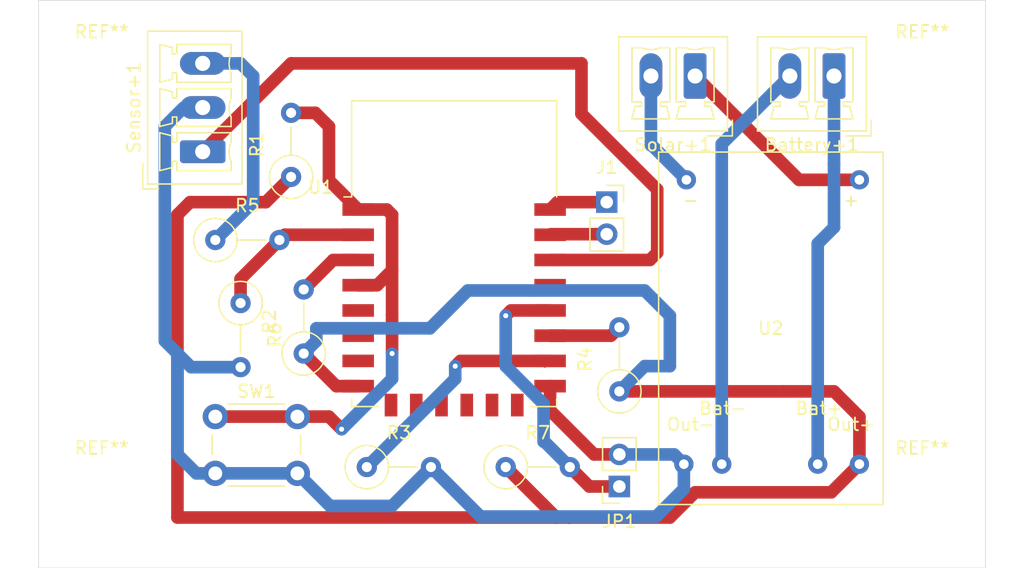
<source format=kicad_pcb>
(kicad_pcb (version 20171130) (host pcbnew 5.1.6+dfsg1-1)

  (general
    (thickness 1.6)
    (drawings 4)
    (tracks 121)
    (zones 0)
    (modules 19)
    (nets 27)
  )

  (page A4)
  (layers
    (0 F.Cu signal)
    (31 B.Cu signal)
    (36 B.SilkS user)
    (37 F.SilkS user)
    (38 B.Mask user)
    (39 F.Mask user)
    (44 Edge.Cuts user)
    (45 Margin user)
    (46 B.CrtYd user)
    (47 F.CrtYd user)
    (49 F.Fab user)
  )

  (setup
    (last_trace_width 0.25)
    (trace_clearance 0.2)
    (zone_clearance 0.508)
    (zone_45_only no)
    (trace_min 0.2)
    (via_size 0.8)
    (via_drill 0.4)
    (via_min_size 0.4)
    (via_min_drill 0.3)
    (uvia_size 0.3)
    (uvia_drill 0.1)
    (uvias_allowed no)
    (uvia_min_size 0.2)
    (uvia_min_drill 0.1)
    (edge_width 0.05)
    (segment_width 0.2)
    (pcb_text_width 0.3)
    (pcb_text_size 1.5 1.5)
    (mod_edge_width 0.12)
    (mod_text_size 1 1)
    (mod_text_width 0.15)
    (pad_size 1.524 1.524)
    (pad_drill 0.762)
    (pad_to_mask_clearance 0.051)
    (solder_mask_min_width 0.25)
    (aux_axis_origin 0 0)
    (visible_elements FFFFFF7F)
    (pcbplotparams
      (layerselection 0x2f0f0_ffffffff)
      (usegerberextensions false)
      (usegerberattributes false)
      (usegerberadvancedattributes false)
      (creategerberjobfile false)
      (excludeedgelayer false)
      (linewidth 0.100000)
      (plotframeref false)
      (viasonmask false)
      (mode 1)
      (useauxorigin false)
      (hpglpennumber 1)
      (hpglpenspeed 20)
      (hpglpendiameter 15.000000)
      (psnegative false)
      (psa4output false)
      (plotreference true)
      (plotvalue true)
      (plotinvisibletext false)
      (padsonsilk false)
      (subtractmaskfromsilk false)
      (outputformat 1)
      (mirror false)
      (drillshape 0)
      (scaleselection 1)
      (outputdirectory "gerber/"))
  )

  (net 0 "")
  (net 1 "Net-(Battery+1-Pad2)")
  (net 2 "Net-(Battery+1-Pad1)")
  (net 3 "Net-(J1-Pad2)")
  (net 4 "Net-(J1-Pad1)")
  (net 5 "Net-(JP1-Pad2)")
  (net 6 "Net-(JP1-Pad1)")
  (net 7 "Net-(R1-Pad2)")
  (net 8 "Net-(R1-Pad1)")
  (net 9 "Net-(R2-Pad2)")
  (net 10 "Net-(R3-Pad1)")
  (net 11 "Net-(R4-Pad2)")
  (net 12 "Net-(R5-Pad2)")
  (net 13 "Net-(R5-Pad1)")
  (net 14 "Net-(Sensor+1-Pad1)")
  (net 15 "Net-(Solar+1-Pad2)")
  (net 16 "Net-(Solar+1-Pad1)")
  (net 17 "Net-(U1-Pad19)")
  (net 18 "Net-(U1-Pad14)")
  (net 19 "Net-(U1-Pad13)")
  (net 20 "Net-(U1-Pad12)")
  (net 21 "Net-(U1-Pad11)")
  (net 22 "Net-(U1-Pad10)")
  (net 23 "Net-(U1-Pad9)")
  (net 24 "Net-(U1-Pad7)")
  (net 25 "Net-(U1-Pad6)")
  (net 26 "Net-(U1-Pad5)")

  (net_class Default "This is the default net class."
    (clearance 0.2)
    (trace_width 0.25)
    (via_dia 0.8)
    (via_drill 0.4)
    (uvia_dia 0.3)
    (uvia_drill 0.1)
    (add_net "Net-(Battery+1-Pad1)")
    (add_net "Net-(Battery+1-Pad2)")
    (add_net "Net-(J1-Pad1)")
    (add_net "Net-(J1-Pad2)")
    (add_net "Net-(JP1-Pad1)")
    (add_net "Net-(JP1-Pad2)")
    (add_net "Net-(R1-Pad1)")
    (add_net "Net-(R1-Pad2)")
    (add_net "Net-(R2-Pad2)")
    (add_net "Net-(R3-Pad1)")
    (add_net "Net-(R4-Pad2)")
    (add_net "Net-(R5-Pad1)")
    (add_net "Net-(R5-Pad2)")
    (add_net "Net-(Sensor+1-Pad1)")
    (add_net "Net-(Solar+1-Pad1)")
    (add_net "Net-(Solar+1-Pad2)")
    (add_net "Net-(U1-Pad10)")
    (add_net "Net-(U1-Pad11)")
    (add_net "Net-(U1-Pad12)")
    (add_net "Net-(U1-Pad13)")
    (add_net "Net-(U1-Pad14)")
    (add_net "Net-(U1-Pad19)")
    (add_net "Net-(U1-Pad5)")
    (add_net "Net-(U1-Pad6)")
    (add_net "Net-(U1-Pad7)")
    (add_net "Net-(U1-Pad9)")
  )

  (module MountingHole:MountingHole_2.5mm (layer F.Cu) (tedit 56D1B4CB) (tstamp 5FA1F850)
    (at 133 63)
    (descr "Mounting Hole 2.5mm, no annular")
    (tags "mounting hole 2.5mm no annular")
    (attr virtual)
    (fp_text reference REF** (at 0 -3.5) (layer F.SilkS)
      (effects (font (size 1 1) (thickness 0.15)))
    )
    (fp_text value MountingHole_2.5mm (at 0 3.5) (layer F.Fab)
      (effects (font (size 1 1) (thickness 0.15)))
    )
    (fp_circle (center 0 0) (end 2.5 0) (layer Cmts.User) (width 0.15))
    (fp_circle (center 0 0) (end 2.75 0) (layer F.CrtYd) (width 0.05))
    (fp_text user %R (at 0.3 0) (layer F.Fab)
      (effects (font (size 1 1) (thickness 0.15)))
    )
    (pad 1 np_thru_hole circle (at 0 0) (size 2.5 2.5) (drill 2.5) (layers *.Cu *.Mask))
  )

  (module MountingHole:MountingHole_2.5mm (layer F.Cu) (tedit 56D1B4CB) (tstamp 5FA1F842)
    (at 133 96)
    (descr "Mounting Hole 2.5mm, no annular")
    (tags "mounting hole 2.5mm no annular")
    (attr virtual)
    (fp_text reference REF** (at 0 -3.5) (layer F.SilkS)
      (effects (font (size 1 1) (thickness 0.15)))
    )
    (fp_text value MountingHole_2.5mm (at 0 3.5) (layer F.Fab)
      (effects (font (size 1 1) (thickness 0.15)))
    )
    (fp_circle (center 0 0) (end 2.75 0) (layer F.CrtYd) (width 0.05))
    (fp_circle (center 0 0) (end 2.5 0) (layer Cmts.User) (width 0.15))
    (fp_text user %R (at 0.3 0) (layer F.Fab)
      (effects (font (size 1 1) (thickness 0.15)))
    )
    (pad 1 np_thru_hole circle (at 0 0) (size 2.5 2.5) (drill 2.5) (layers *.Cu *.Mask))
  )

  (module MountingHole:MountingHole_2.5mm (layer F.Cu) (tedit 56D1B4CB) (tstamp 5FA1F834)
    (at 198 96)
    (descr "Mounting Hole 2.5mm, no annular")
    (tags "mounting hole 2.5mm no annular")
    (attr virtual)
    (fp_text reference REF** (at 0 -3.5) (layer F.SilkS)
      (effects (font (size 1 1) (thickness 0.15)))
    )
    (fp_text value MountingHole_2.5mm (at 0 3.5) (layer F.Fab)
      (effects (font (size 1 1) (thickness 0.15)))
    )
    (fp_circle (center 0 0) (end 2.5 0) (layer Cmts.User) (width 0.15))
    (fp_circle (center 0 0) (end 2.75 0) (layer F.CrtYd) (width 0.05))
    (fp_text user %R (at 0.3 0) (layer F.Fab)
      (effects (font (size 1 1) (thickness 0.15)))
    )
    (pad 1 np_thru_hole circle (at 0 0) (size 2.5 2.5) (drill 2.5) (layers *.Cu *.Mask))
  )

  (module MountingHole:MountingHole_2.5mm (layer F.Cu) (tedit 56D1B4CB) (tstamp 5FA1F82A)
    (at 198 63)
    (descr "Mounting Hole 2.5mm, no annular")
    (tags "mounting hole 2.5mm no annular")
    (attr virtual)
    (fp_text reference REF** (at 0 -3.5) (layer F.SilkS)
      (effects (font (size 1 1) (thickness 0.15)))
    )
    (fp_text value MountingHole_2.5mm (at 0 3.5) (layer F.Fab)
      (effects (font (size 1 1) (thickness 0.15)))
    )
    (fp_circle (center 0 0) (end 2.75 0) (layer F.CrtYd) (width 0.05))
    (fp_circle (center 0 0) (end 2.5 0) (layer Cmts.User) (width 0.15))
    (fp_text user %R (at 0.3 0) (layer F.Fab)
      (effects (font (size 1 1) (thickness 0.15)))
    )
    (pad 1 np_thru_hole circle (at 0 0) (size 2.5 2.5) (drill 2.5) (layers *.Cu *.Mask))
  )

  (module mylib:SolarRegulator (layer F.Cu) (tedit 5FA055FA) (tstamp 5FA110D6)
    (at 186 83)
    (path /5FA097B6)
    (fp_text reference U2 (at 0 0) (layer F.SilkS)
      (effects (font (size 1 1) (thickness 0.15)))
    )
    (fp_text value SolarRegulator (at -1.27 -6.85) (layer F.Fab)
      (effects (font (size 1 1) (thickness 0.15)))
    )
    (fp_line (start 8.89 -13.97) (end -8.89 -13.97) (layer F.SilkS) (width 0.12))
    (fp_line (start 8.89 13.97) (end 8.89 -13.97) (layer F.SilkS) (width 0.12))
    (fp_line (start -8.89 13.97) (end 8.89 13.97) (layer F.SilkS) (width 0.12))
    (fp_line (start -8.89 -13.97) (end -8.89 13.97) (layer F.SilkS) (width 0.12))
    (fp_text user Out+ (at 6.35 7.62) (layer F.SilkS)
      (effects (font (size 1 1) (thickness 0.15)))
    )
    (fp_text user Bat+ (at 3.81 6.35) (layer F.SilkS)
      (effects (font (size 1 1) (thickness 0.15)))
    )
    (fp_text user Bat- (at -3.81 6.35) (layer F.SilkS)
      (effects (font (size 1 1) (thickness 0.15)))
    )
    (fp_text user Out- (at -6.35 7.62) (layer F.SilkS)
      (effects (font (size 1 1) (thickness 0.15)))
    )
    (fp_text user + (at 6.35 -10.16) (layer F.SilkS)
      (effects (font (size 1 1) (thickness 0.15)))
    )
    (fp_text user - (at -6.35 -10.16) (layer F.SilkS)
      (effects (font (size 1 1) (thickness 0.15)))
    )
    (pad 6 thru_hole circle (at 7.01297 10.77) (size 1.524 1.524) (drill 0.762) (layers *.Cu *.Mask)
      (net 8 "Net-(R1-Pad1)"))
    (pad 5 thru_hole circle (at 3.71 10.77) (size 1.524 1.524) (drill 0.762) (layers *.Cu *.Mask)
      (net 2 "Net-(Battery+1-Pad1)"))
    (pad 4 thru_hole circle (at -3.89 10.77) (size 1.524 1.524) (drill 0.762) (layers *.Cu *.Mask)
      (net 1 "Net-(Battery+1-Pad2)"))
    (pad 3 thru_hole circle (at -6.89 10.77) (size 1.524 1.524) (drill 0.762) (layers *.Cu *.Mask)
      (net 5 "Net-(JP1-Pad2)"))
    (pad 2 thru_hole circle (at 7.01 -11.77) (size 1.524 1.524) (drill 0.762) (layers *.Cu *.Mask)
      (net 16 "Net-(Solar+1-Pad1)"))
    (pad 1 thru_hole circle (at -6.69 -11.77) (size 1.524 1.524) (drill 0.762) (layers *.Cu *.Mask)
      (net 15 "Net-(Solar+1-Pad2)"))
  )

  (module RF_Module:ESP-12E (layer F.Cu) (tedit 5A030172) (tstamp 5FA110C2)
    (at 160.915 77.085)
    (descr "Wi-Fi Module, http://wiki.ai-thinker.com/_media/esp8266/docs/aithinker_esp_12f_datasheet_en.pdf")
    (tags "Wi-Fi Module")
    (path /5FA07853)
    (attr smd)
    (fp_text reference U1 (at -10.56 -5.26) (layer F.SilkS)
      (effects (font (size 1 1) (thickness 0.15)))
    )
    (fp_text value ESP-12F (at -0.06 -12.78) (layer F.Fab)
      (effects (font (size 1 1) (thickness 0.15)))
    )
    (fp_line (start 5.56 -4.8) (end 8.12 -7.36) (layer Dwgs.User) (width 0.12))
    (fp_line (start 2.56 -4.8) (end 8.12 -10.36) (layer Dwgs.User) (width 0.12))
    (fp_line (start -0.44 -4.8) (end 6.88 -12.12) (layer Dwgs.User) (width 0.12))
    (fp_line (start -3.44 -4.8) (end 3.88 -12.12) (layer Dwgs.User) (width 0.12))
    (fp_line (start -6.44 -4.8) (end 0.88 -12.12) (layer Dwgs.User) (width 0.12))
    (fp_line (start -8.12 -6.12) (end -2.12 -12.12) (layer Dwgs.User) (width 0.12))
    (fp_line (start -8.12 -9.12) (end -5.12 -12.12) (layer Dwgs.User) (width 0.12))
    (fp_line (start -8.12 -4.8) (end -8.12 -12.12) (layer Dwgs.User) (width 0.12))
    (fp_line (start 8.12 -4.8) (end -8.12 -4.8) (layer Dwgs.User) (width 0.12))
    (fp_line (start 8.12 -12.12) (end 8.12 -4.8) (layer Dwgs.User) (width 0.12))
    (fp_line (start -8.12 -12.12) (end 8.12 -12.12) (layer Dwgs.User) (width 0.12))
    (fp_line (start -8.12 -4.5) (end -8.73 -4.5) (layer F.SilkS) (width 0.12))
    (fp_line (start -8.12 -4.5) (end -8.12 -12.12) (layer F.SilkS) (width 0.12))
    (fp_line (start -8.12 12.12) (end -8.12 11.5) (layer F.SilkS) (width 0.12))
    (fp_line (start -6 12.12) (end -8.12 12.12) (layer F.SilkS) (width 0.12))
    (fp_line (start 8.12 12.12) (end 6 12.12) (layer F.SilkS) (width 0.12))
    (fp_line (start 8.12 11.5) (end 8.12 12.12) (layer F.SilkS) (width 0.12))
    (fp_line (start 8.12 -12.12) (end 8.12 -4.5) (layer F.SilkS) (width 0.12))
    (fp_line (start -8.12 -12.12) (end 8.12 -12.12) (layer F.SilkS) (width 0.12))
    (fp_line (start -9.05 13.1) (end -9.05 -12.2) (layer F.CrtYd) (width 0.05))
    (fp_line (start 9.05 13.1) (end -9.05 13.1) (layer F.CrtYd) (width 0.05))
    (fp_line (start 9.05 -12.2) (end 9.05 13.1) (layer F.CrtYd) (width 0.05))
    (fp_line (start -9.05 -12.2) (end 9.05 -12.2) (layer F.CrtYd) (width 0.05))
    (fp_line (start -8 -4) (end -8 -12) (layer F.Fab) (width 0.12))
    (fp_line (start -7.5 -3.5) (end -8 -4) (layer F.Fab) (width 0.12))
    (fp_line (start -8 -3) (end -7.5 -3.5) (layer F.Fab) (width 0.12))
    (fp_line (start -8 12) (end -8 -3) (layer F.Fab) (width 0.12))
    (fp_line (start 8 12) (end -8 12) (layer F.Fab) (width 0.12))
    (fp_line (start 8 -12) (end 8 12) (layer F.Fab) (width 0.12))
    (fp_line (start -8 -12) (end 8 -12) (layer F.Fab) (width 0.12))
    (fp_text user %R (at 0.49 -0.8) (layer F.Fab)
      (effects (font (size 1 1) (thickness 0.15)))
    )
    (fp_text user "KEEP-OUT ZONE" (at 0.03 -9.55 180) (layer Cmts.User)
      (effects (font (size 1 1) (thickness 0.15)))
    )
    (fp_text user Antenna (at -0.06 -7 180) (layer Cmts.User)
      (effects (font (size 1 1) (thickness 0.15)))
    )
    (pad 22 smd rect (at 7.6 -3.5) (size 2.5 1) (layers F.Cu F.Paste F.Mask)
      (net 4 "Net-(J1-Pad1)"))
    (pad 21 smd rect (at 7.6 -1.5) (size 2.5 1) (layers F.Cu F.Paste F.Mask)
      (net 3 "Net-(J1-Pad2)"))
    (pad 20 smd rect (at 7.6 0.5) (size 2.5 1) (layers F.Cu F.Paste F.Mask)
      (net 14 "Net-(Sensor+1-Pad1)"))
    (pad 19 smd rect (at 7.6 2.5) (size 2.5 1) (layers F.Cu F.Paste F.Mask)
      (net 17 "Net-(U1-Pad19)"))
    (pad 18 smd rect (at 7.6 4.5) (size 2.5 1) (layers F.Cu F.Paste F.Mask)
      (net 6 "Net-(JP1-Pad1)"))
    (pad 17 smd rect (at 7.6 6.5) (size 2.5 1) (layers F.Cu F.Paste F.Mask)
      (net 11 "Net-(R4-Pad2)"))
    (pad 16 smd rect (at 7.6 8.5) (size 2.5 1) (layers F.Cu F.Paste F.Mask)
      (net 10 "Net-(R3-Pad1)"))
    (pad 15 smd rect (at 7.6 10.5) (size 2.5 1) (layers F.Cu F.Paste F.Mask)
      (net 5 "Net-(JP1-Pad2)"))
    (pad 14 smd rect (at 5 12) (size 1 1.8) (layers F.Cu F.Paste F.Mask)
      (net 18 "Net-(U1-Pad14)"))
    (pad 13 smd rect (at 3 12) (size 1 1.8) (layers F.Cu F.Paste F.Mask)
      (net 19 "Net-(U1-Pad13)"))
    (pad 12 smd rect (at 1 12) (size 1 1.8) (layers F.Cu F.Paste F.Mask)
      (net 20 "Net-(U1-Pad12)"))
    (pad 11 smd rect (at -1 12) (size 1 1.8) (layers F.Cu F.Paste F.Mask)
      (net 21 "Net-(U1-Pad11)"))
    (pad 10 smd rect (at -3 12) (size 1 1.8) (layers F.Cu F.Paste F.Mask)
      (net 22 "Net-(U1-Pad10)"))
    (pad 9 smd rect (at -5 12) (size 1 1.8) (layers F.Cu F.Paste F.Mask)
      (net 23 "Net-(U1-Pad9)"))
    (pad 8 smd rect (at -7.6 10.5) (size 2.5 1) (layers F.Cu F.Paste F.Mask)
      (net 8 "Net-(R1-Pad1)"))
    (pad 7 smd rect (at -7.6 8.5) (size 2.5 1) (layers F.Cu F.Paste F.Mask)
      (net 24 "Net-(U1-Pad7)"))
    (pad 6 smd rect (at -7.6 6.5) (size 2.5 1) (layers F.Cu F.Paste F.Mask)
      (net 25 "Net-(U1-Pad6)"))
    (pad 5 smd rect (at -7.6 4.5) (size 2.5 1) (layers F.Cu F.Paste F.Mask)
      (net 26 "Net-(U1-Pad5)"))
    (pad 4 smd rect (at -7.6 2.5) (size 2.5 1) (layers F.Cu F.Paste F.Mask)
      (net 7 "Net-(R1-Pad2)"))
    (pad 3 smd rect (at -7.6 0.5) (size 2.5 1) (layers F.Cu F.Paste F.Mask)
      (net 9 "Net-(R2-Pad2)"))
    (pad 2 smd rect (at -7.6 -1.5) (size 2.5 1) (layers F.Cu F.Paste F.Mask)
      (net 12 "Net-(R5-Pad2)"))
    (pad 1 smd rect (at -7.6 -3.5) (size 2.5 1) (layers F.Cu F.Paste F.Mask)
      (net 7 "Net-(R1-Pad2)"))
    (model ${KISYS3DMOD}/RF_Module.3dshapes/ESP-12E.wrl
      (at (xyz 0 0 0))
      (scale (xyz 1 1 1))
      (rotate (xyz 0 0 0))
    )
  )

  (module Button_Switch_THT:SW_PUSH_6mm_H4.3mm (layer F.Cu) (tedit 5A02FE31) (tstamp 5FA11087)
    (at 142 90)
    (descr "tactile push button, 6x6mm e.g. PHAP33xx series, height=4.3mm")
    (tags "tact sw push 6mm")
    (path /5FA1C9D0)
    (fp_text reference SW1 (at 3.25 -2) (layer F.SilkS)
      (effects (font (size 1 1) (thickness 0.15)))
    )
    (fp_text value Reset (at 3.75 6.7) (layer F.Fab)
      (effects (font (size 1 1) (thickness 0.15)))
    )
    (fp_circle (center 3.25 2.25) (end 1.25 2.5) (layer F.Fab) (width 0.1))
    (fp_line (start 6.75 3) (end 6.75 1.5) (layer F.SilkS) (width 0.12))
    (fp_line (start 5.5 -1) (end 1 -1) (layer F.SilkS) (width 0.12))
    (fp_line (start -0.25 1.5) (end -0.25 3) (layer F.SilkS) (width 0.12))
    (fp_line (start 1 5.5) (end 5.5 5.5) (layer F.SilkS) (width 0.12))
    (fp_line (start 8 -1.25) (end 8 5.75) (layer F.CrtYd) (width 0.05))
    (fp_line (start 7.75 6) (end -1.25 6) (layer F.CrtYd) (width 0.05))
    (fp_line (start -1.5 5.75) (end -1.5 -1.25) (layer F.CrtYd) (width 0.05))
    (fp_line (start -1.25 -1.5) (end 7.75 -1.5) (layer F.CrtYd) (width 0.05))
    (fp_line (start -1.5 6) (end -1.25 6) (layer F.CrtYd) (width 0.05))
    (fp_line (start -1.5 5.75) (end -1.5 6) (layer F.CrtYd) (width 0.05))
    (fp_line (start -1.5 -1.5) (end -1.25 -1.5) (layer F.CrtYd) (width 0.05))
    (fp_line (start -1.5 -1.25) (end -1.5 -1.5) (layer F.CrtYd) (width 0.05))
    (fp_line (start 8 -1.5) (end 8 -1.25) (layer F.CrtYd) (width 0.05))
    (fp_line (start 7.75 -1.5) (end 8 -1.5) (layer F.CrtYd) (width 0.05))
    (fp_line (start 8 6) (end 8 5.75) (layer F.CrtYd) (width 0.05))
    (fp_line (start 7.75 6) (end 8 6) (layer F.CrtYd) (width 0.05))
    (fp_line (start 0.25 -0.75) (end 3.25 -0.75) (layer F.Fab) (width 0.1))
    (fp_line (start 0.25 5.25) (end 0.25 -0.75) (layer F.Fab) (width 0.1))
    (fp_line (start 6.25 5.25) (end 0.25 5.25) (layer F.Fab) (width 0.1))
    (fp_line (start 6.25 -0.75) (end 6.25 5.25) (layer F.Fab) (width 0.1))
    (fp_line (start 3.25 -0.75) (end 6.25 -0.75) (layer F.Fab) (width 0.1))
    (fp_text user %R (at 3.25 2.25) (layer F.Fab)
      (effects (font (size 1 1) (thickness 0.15)))
    )
    (pad 1 thru_hole circle (at 6.5 0 90) (size 2 2) (drill 1.1) (layers *.Cu *.Mask)
      (net 7 "Net-(R1-Pad2)"))
    (pad 2 thru_hole circle (at 6.5 4.5 90) (size 2 2) (drill 1.1) (layers *.Cu *.Mask)
      (net 5 "Net-(JP1-Pad2)"))
    (pad 1 thru_hole circle (at 0 0 90) (size 2 2) (drill 1.1) (layers *.Cu *.Mask)
      (net 7 "Net-(R1-Pad2)"))
    (pad 2 thru_hole circle (at 0 4.5 90) (size 2 2) (drill 1.1) (layers *.Cu *.Mask)
      (net 5 "Net-(JP1-Pad2)"))
    (model ${KISYS3DMOD}/Button_Switch_THT.3dshapes/SW_PUSH_6mm_H4.3mm.wrl
      (at (xyz 0 0 0))
      (scale (xyz 1 1 1))
      (rotate (xyz 0 0 0))
    )
  )

  (module Connector_Phoenix_MC:PhoenixContact_MCV_1,5_2-G-3.5_1x02_P3.50mm_Vertical (layer F.Cu) (tedit 5B784ED0) (tstamp 5FA11068)
    (at 180 63 180)
    (descr "Generic Phoenix Contact connector footprint for: MCV_1,5/2-G-3.5; number of pins: 02; pin pitch: 3.50mm; Vertical || order number: 1843606 8A 160V")
    (tags "phoenix_contact connector MCV_01x02_G_3.5mm")
    (path /5FA05F5E)
    (fp_text reference Solar+1 (at 1.75 -5.45) (layer F.SilkS)
      (effects (font (size 1 1) (thickness 0.15)))
    )
    (fp_text value Solar (at 1.75 4.2) (layer F.Fab)
      (effects (font (size 1 1) (thickness 0.15)))
    )
    (fp_line (start -2.95 -4.75) (end -0.95 -4.75) (layer F.Fab) (width 0.1))
    (fp_line (start -2.95 -3.5) (end -2.95 -4.75) (layer F.Fab) (width 0.1))
    (fp_line (start -2.95 -4.75) (end -0.95 -4.75) (layer F.SilkS) (width 0.12))
    (fp_line (start -2.95 -3.5) (end -2.95 -4.75) (layer F.SilkS) (width 0.12))
    (fp_line (start 6.45 -4.75) (end -2.95 -4.75) (layer F.CrtYd) (width 0.05))
    (fp_line (start 6.45 3.5) (end 6.45 -4.75) (layer F.CrtYd) (width 0.05))
    (fp_line (start -2.95 3.5) (end 6.45 3.5) (layer F.CrtYd) (width 0.05))
    (fp_line (start -2.95 -4.75) (end -2.95 3.5) (layer F.CrtYd) (width 0.05))
    (fp_line (start 5 2.25) (end 4.25 2.25) (layer F.SilkS) (width 0.12))
    (fp_line (start 5 -2.05) (end 5 2.25) (layer F.SilkS) (width 0.12))
    (fp_line (start 4.25 -2.05) (end 5 -2.05) (layer F.SilkS) (width 0.12))
    (fp_line (start 4.25 -2.4) (end 4.25 -2.05) (layer F.SilkS) (width 0.12))
    (fp_line (start 4.75 -2.4) (end 4.25 -2.4) (layer F.SilkS) (width 0.12))
    (fp_line (start 5 -3.4) (end 4.75 -2.4) (layer F.SilkS) (width 0.12))
    (fp_line (start 2 -3.4) (end 5 -3.4) (layer F.SilkS) (width 0.12))
    (fp_line (start 2.25 -2.4) (end 2 -3.4) (layer F.SilkS) (width 0.12))
    (fp_line (start 2.75 -2.4) (end 2.25 -2.4) (layer F.SilkS) (width 0.12))
    (fp_line (start 2.75 -2.05) (end 2.75 -2.4) (layer F.SilkS) (width 0.12))
    (fp_line (start 2 -2.05) (end 2.75 -2.05) (layer F.SilkS) (width 0.12))
    (fp_line (start 2 2.25) (end 2 -2.05) (layer F.SilkS) (width 0.12))
    (fp_line (start 2.75 2.25) (end 2 2.25) (layer F.SilkS) (width 0.12))
    (fp_line (start 1.5 2.25) (end 0.75 2.25) (layer F.SilkS) (width 0.12))
    (fp_line (start 1.5 -2.05) (end 1.5 2.25) (layer F.SilkS) (width 0.12))
    (fp_line (start 0.75 -2.05) (end 1.5 -2.05) (layer F.SilkS) (width 0.12))
    (fp_line (start 0.75 -2.4) (end 0.75 -2.05) (layer F.SilkS) (width 0.12))
    (fp_line (start 1.25 -2.4) (end 0.75 -2.4) (layer F.SilkS) (width 0.12))
    (fp_line (start 1.5 -3.4) (end 1.25 -2.4) (layer F.SilkS) (width 0.12))
    (fp_line (start -1.5 -3.4) (end 1.5 -3.4) (layer F.SilkS) (width 0.12))
    (fp_line (start -1.25 -2.4) (end -1.5 -3.4) (layer F.SilkS) (width 0.12))
    (fp_line (start -0.75 -2.4) (end -1.25 -2.4) (layer F.SilkS) (width 0.12))
    (fp_line (start -0.75 -2.05) (end -0.75 -2.4) (layer F.SilkS) (width 0.12))
    (fp_line (start -1.5 -2.05) (end -0.75 -2.05) (layer F.SilkS) (width 0.12))
    (fp_line (start -1.5 2.25) (end -1.5 -2.05) (layer F.SilkS) (width 0.12))
    (fp_line (start -0.75 2.25) (end -1.5 2.25) (layer F.SilkS) (width 0.12))
    (fp_line (start 5.95 -4.25) (end -2.45 -4.25) (layer F.Fab) (width 0.1))
    (fp_line (start 5.95 3) (end 5.95 -4.25) (layer F.Fab) (width 0.1))
    (fp_line (start -2.45 3) (end 5.95 3) (layer F.Fab) (width 0.1))
    (fp_line (start -2.45 -4.25) (end -2.45 3) (layer F.Fab) (width 0.1))
    (fp_line (start 6.06 -4.36) (end -2.56 -4.36) (layer F.SilkS) (width 0.12))
    (fp_line (start 6.06 3.11) (end 6.06 -4.36) (layer F.SilkS) (width 0.12))
    (fp_line (start -2.56 3.11) (end 6.06 3.11) (layer F.SilkS) (width 0.12))
    (fp_line (start -2.56 -4.36) (end -2.56 3.11) (layer F.SilkS) (width 0.12))
    (fp_text user %R (at 1.75 -3.55) (layer F.Fab)
      (effects (font (size 1 1) (thickness 0.15)))
    )
    (fp_arc (start 3.5 3.95) (end 2.75 2.25) (angle 47.6) (layer F.SilkS) (width 0.12))
    (fp_arc (start 0 3.95) (end -0.75 2.25) (angle 47.6) (layer F.SilkS) (width 0.12))
    (pad 2 thru_hole oval (at 3.5 0 180) (size 1.8 3.6) (drill 1.2) (layers *.Cu *.Mask)
      (net 15 "Net-(Solar+1-Pad2)"))
    (pad 1 thru_hole roundrect (at 0 0 180) (size 1.8 3.6) (drill 1.2) (layers *.Cu *.Mask) (roundrect_rratio 0.138889)
      (net 16 "Net-(Solar+1-Pad1)"))
    (model ${KISYS3DMOD}/Connector_Phoenix_MC.3dshapes/PhoenixContact_MCV_1,5_2-G-3.5_1x02_P3.50mm_Vertical.wrl
      (at (xyz 0 0 0))
      (scale (xyz 1 1 1))
      (rotate (xyz 0 0 0))
    )
  )

  (module Connector_Phoenix_MC:PhoenixContact_MCV_1,5_3-G-3.5_1x03_P3.50mm_Vertical (layer F.Cu) (tedit 5B784ED0) (tstamp 5FA11035)
    (at 141 69 90)
    (descr "Generic Phoenix Contact connector footprint for: MCV_1,5/3-G-3.5; number of pins: 03; pin pitch: 3.50mm; Vertical || order number: 1843619 8A 160V")
    (tags "phoenix_contact connector MCV_01x03_G_3.5mm")
    (path /5FA06DF8)
    (fp_text reference Sensor+1 (at 3.5 -5.45 90) (layer F.SilkS)
      (effects (font (size 1 1) (thickness 0.15)))
    )
    (fp_text value Sensor (at 3.5 4.2 90) (layer F.Fab)
      (effects (font (size 1 1) (thickness 0.15)))
    )
    (fp_line (start -2.95 -4.75) (end -0.95 -4.75) (layer F.Fab) (width 0.1))
    (fp_line (start -2.95 -3.5) (end -2.95 -4.75) (layer F.Fab) (width 0.1))
    (fp_line (start -2.95 -4.75) (end -0.95 -4.75) (layer F.SilkS) (width 0.12))
    (fp_line (start -2.95 -3.5) (end -2.95 -4.75) (layer F.SilkS) (width 0.12))
    (fp_line (start 9.95 -4.75) (end -2.95 -4.75) (layer F.CrtYd) (width 0.05))
    (fp_line (start 9.95 3.5) (end 9.95 -4.75) (layer F.CrtYd) (width 0.05))
    (fp_line (start -2.95 3.5) (end 9.95 3.5) (layer F.CrtYd) (width 0.05))
    (fp_line (start -2.95 -4.75) (end -2.95 3.5) (layer F.CrtYd) (width 0.05))
    (fp_line (start 8.5 2.25) (end 7.75 2.25) (layer F.SilkS) (width 0.12))
    (fp_line (start 8.5 -2.05) (end 8.5 2.25) (layer F.SilkS) (width 0.12))
    (fp_line (start 7.75 -2.05) (end 8.5 -2.05) (layer F.SilkS) (width 0.12))
    (fp_line (start 7.75 -2.4) (end 7.75 -2.05) (layer F.SilkS) (width 0.12))
    (fp_line (start 8.25 -2.4) (end 7.75 -2.4) (layer F.SilkS) (width 0.12))
    (fp_line (start 8.5 -3.4) (end 8.25 -2.4) (layer F.SilkS) (width 0.12))
    (fp_line (start 5.5 -3.4) (end 8.5 -3.4) (layer F.SilkS) (width 0.12))
    (fp_line (start 5.75 -2.4) (end 5.5 -3.4) (layer F.SilkS) (width 0.12))
    (fp_line (start 6.25 -2.4) (end 5.75 -2.4) (layer F.SilkS) (width 0.12))
    (fp_line (start 6.25 -2.05) (end 6.25 -2.4) (layer F.SilkS) (width 0.12))
    (fp_line (start 5.5 -2.05) (end 6.25 -2.05) (layer F.SilkS) (width 0.12))
    (fp_line (start 5.5 2.25) (end 5.5 -2.05) (layer F.SilkS) (width 0.12))
    (fp_line (start 6.25 2.25) (end 5.5 2.25) (layer F.SilkS) (width 0.12))
    (fp_line (start 5 2.25) (end 4.25 2.25) (layer F.SilkS) (width 0.12))
    (fp_line (start 5 -2.05) (end 5 2.25) (layer F.SilkS) (width 0.12))
    (fp_line (start 4.25 -2.05) (end 5 -2.05) (layer F.SilkS) (width 0.12))
    (fp_line (start 4.25 -2.4) (end 4.25 -2.05) (layer F.SilkS) (width 0.12))
    (fp_line (start 4.75 -2.4) (end 4.25 -2.4) (layer F.SilkS) (width 0.12))
    (fp_line (start 5 -3.4) (end 4.75 -2.4) (layer F.SilkS) (width 0.12))
    (fp_line (start 2 -3.4) (end 5 -3.4) (layer F.SilkS) (width 0.12))
    (fp_line (start 2.25 -2.4) (end 2 -3.4) (layer F.SilkS) (width 0.12))
    (fp_line (start 2.75 -2.4) (end 2.25 -2.4) (layer F.SilkS) (width 0.12))
    (fp_line (start 2.75 -2.05) (end 2.75 -2.4) (layer F.SilkS) (width 0.12))
    (fp_line (start 2 -2.05) (end 2.75 -2.05) (layer F.SilkS) (width 0.12))
    (fp_line (start 2 2.25) (end 2 -2.05) (layer F.SilkS) (width 0.12))
    (fp_line (start 2.75 2.25) (end 2 2.25) (layer F.SilkS) (width 0.12))
    (fp_line (start 1.5 2.25) (end 0.75 2.25) (layer F.SilkS) (width 0.12))
    (fp_line (start 1.5 -2.05) (end 1.5 2.25) (layer F.SilkS) (width 0.12))
    (fp_line (start 0.75 -2.05) (end 1.5 -2.05) (layer F.SilkS) (width 0.12))
    (fp_line (start 0.75 -2.4) (end 0.75 -2.05) (layer F.SilkS) (width 0.12))
    (fp_line (start 1.25 -2.4) (end 0.75 -2.4) (layer F.SilkS) (width 0.12))
    (fp_line (start 1.5 -3.4) (end 1.25 -2.4) (layer F.SilkS) (width 0.12))
    (fp_line (start -1.5 -3.4) (end 1.5 -3.4) (layer F.SilkS) (width 0.12))
    (fp_line (start -1.25 -2.4) (end -1.5 -3.4) (layer F.SilkS) (width 0.12))
    (fp_line (start -0.75 -2.4) (end -1.25 -2.4) (layer F.SilkS) (width 0.12))
    (fp_line (start -0.75 -2.05) (end -0.75 -2.4) (layer F.SilkS) (width 0.12))
    (fp_line (start -1.5 -2.05) (end -0.75 -2.05) (layer F.SilkS) (width 0.12))
    (fp_line (start -1.5 2.25) (end -1.5 -2.05) (layer F.SilkS) (width 0.12))
    (fp_line (start -0.75 2.25) (end -1.5 2.25) (layer F.SilkS) (width 0.12))
    (fp_line (start 9.45 -4.25) (end -2.45 -4.25) (layer F.Fab) (width 0.1))
    (fp_line (start 9.45 3) (end 9.45 -4.25) (layer F.Fab) (width 0.1))
    (fp_line (start -2.45 3) (end 9.45 3) (layer F.Fab) (width 0.1))
    (fp_line (start -2.45 -4.25) (end -2.45 3) (layer F.Fab) (width 0.1))
    (fp_line (start 9.56 -4.36) (end -2.56 -4.36) (layer F.SilkS) (width 0.12))
    (fp_line (start 9.56 3.11) (end 9.56 -4.36) (layer F.SilkS) (width 0.12))
    (fp_line (start -2.56 3.11) (end 9.56 3.11) (layer F.SilkS) (width 0.12))
    (fp_line (start -2.56 -4.36) (end -2.56 3.11) (layer F.SilkS) (width 0.12))
    (fp_text user %R (at 3.5 -3.55 90) (layer F.Fab)
      (effects (font (size 1 1) (thickness 0.15)))
    )
    (fp_arc (start 7 3.95) (end 6.25 2.25) (angle 47.6) (layer F.SilkS) (width 0.12))
    (fp_arc (start 3.5 3.95) (end 2.75 2.25) (angle 47.6) (layer F.SilkS) (width 0.12))
    (fp_arc (start 0 3.95) (end -0.75 2.25) (angle 47.6) (layer F.SilkS) (width 0.12))
    (pad 3 thru_hole oval (at 7 0 90) (size 1.8 3.6) (drill 1.2) (layers *.Cu *.Mask)
      (net 13 "Net-(R5-Pad1)"))
    (pad 2 thru_hole oval (at 3.5 0 90) (size 1.8 3.6) (drill 1.2) (layers *.Cu *.Mask)
      (net 5 "Net-(JP1-Pad2)"))
    (pad 1 thru_hole roundrect (at 0 0 90) (size 1.8 3.6) (drill 1.2) (layers *.Cu *.Mask) (roundrect_rratio 0.138889)
      (net 14 "Net-(Sensor+1-Pad1)"))
    (model ${KISYS3DMOD}/Connector_Phoenix_MC.3dshapes/PhoenixContact_MCV_1,5_3-G-3.5_1x03_P3.50mm_Vertical.wrl
      (at (xyz 0 0 0))
      (scale (xyz 1 1 1))
      (rotate (xyz 0 0 0))
    )
  )

  (module Resistor_THT:R_Axial_DIN0309_L9.0mm_D3.2mm_P5.08mm_Vertical (layer F.Cu) (tedit 5AE5139B) (tstamp 5FA10FF3)
    (at 165 94)
    (descr "Resistor, Axial_DIN0309 series, Axial, Vertical, pin pitch=5.08mm, 0.5W = 1/2W, length*diameter=9*3.2mm^2, http://cdn-reichelt.de/documents/datenblatt/B400/1_4W%23YAG.pdf")
    (tags "Resistor Axial_DIN0309 series Axial Vertical pin pitch 5.08mm 0.5W = 1/2W length 9mm diameter 3.2mm")
    (path /5FA2C060)
    (fp_text reference R7 (at 2.54 -2.72) (layer F.SilkS)
      (effects (font (size 1 1) (thickness 0.15)))
    )
    (fp_text value 10k (at 2.54 2.72) (layer F.Fab)
      (effects (font (size 1 1) (thickness 0.15)))
    )
    (fp_line (start 6.13 -1.85) (end -1.85 -1.85) (layer F.CrtYd) (width 0.05))
    (fp_line (start 6.13 1.85) (end 6.13 -1.85) (layer F.CrtYd) (width 0.05))
    (fp_line (start -1.85 1.85) (end 6.13 1.85) (layer F.CrtYd) (width 0.05))
    (fp_line (start -1.85 -1.85) (end -1.85 1.85) (layer F.CrtYd) (width 0.05))
    (fp_line (start 1.72 0) (end 3.98 0) (layer F.SilkS) (width 0.12))
    (fp_line (start 0 0) (end 5.08 0) (layer F.Fab) (width 0.1))
    (fp_circle (center 0 0) (end 1.72 0) (layer F.SilkS) (width 0.12))
    (fp_circle (center 0 0) (end 1.6 0) (layer F.Fab) (width 0.1))
    (fp_text user %R (at 2.54 -2.72) (layer F.Fab)
      (effects (font (size 1 1) (thickness 0.15)))
    )
    (pad 2 thru_hole oval (at 5.08 0) (size 1.6 1.6) (drill 0.8) (layers *.Cu *.Mask)
      (net 6 "Net-(JP1-Pad1)"))
    (pad 1 thru_hole circle (at 0 0) (size 1.6 1.6) (drill 0.8) (layers *.Cu *.Mask)
      (net 8 "Net-(R1-Pad1)"))
    (model ${KISYS3DMOD}/Resistor_THT.3dshapes/R_Axial_DIN0309_L9.0mm_D3.2mm_P5.08mm_Vertical.wrl
      (at (xyz 0 0 0))
      (scale (xyz 1 1 1))
      (rotate (xyz 0 0 0))
    )
  )

  (module Resistor_THT:R_Axial_DIN0309_L9.0mm_D3.2mm_P5.08mm_Vertical (layer F.Cu) (tedit 5AE5139B) (tstamp 5FA10FE4)
    (at 144 81 270)
    (descr "Resistor, Axial_DIN0309 series, Axial, Vertical, pin pitch=5.08mm, 0.5W = 1/2W, length*diameter=9*3.2mm^2, http://cdn-reichelt.de/documents/datenblatt/B400/1_4W%23YAG.pdf")
    (tags "Resistor Axial_DIN0309 series Axial Vertical pin pitch 5.08mm 0.5W = 1/2W length 9mm diameter 3.2mm")
    (path /5FA3F30F)
    (fp_text reference R6 (at 2.54 -2.72 90) (layer F.SilkS)
      (effects (font (size 1 1) (thickness 0.15)))
    )
    (fp_text value 100k (at 2.54 2.72 90) (layer F.Fab)
      (effects (font (size 1 1) (thickness 0.15)))
    )
    (fp_line (start 6.13 -1.85) (end -1.85 -1.85) (layer F.CrtYd) (width 0.05))
    (fp_line (start 6.13 1.85) (end 6.13 -1.85) (layer F.CrtYd) (width 0.05))
    (fp_line (start -1.85 1.85) (end 6.13 1.85) (layer F.CrtYd) (width 0.05))
    (fp_line (start -1.85 -1.85) (end -1.85 1.85) (layer F.CrtYd) (width 0.05))
    (fp_line (start 1.72 0) (end 3.98 0) (layer F.SilkS) (width 0.12))
    (fp_line (start 0 0) (end 5.08 0) (layer F.Fab) (width 0.1))
    (fp_circle (center 0 0) (end 1.72 0) (layer F.SilkS) (width 0.12))
    (fp_circle (center 0 0) (end 1.6 0) (layer F.Fab) (width 0.1))
    (fp_text user %R (at 2.54 -2.72 90) (layer F.Fab)
      (effects (font (size 1 1) (thickness 0.15)))
    )
    (pad 2 thru_hole oval (at 5.08 0 270) (size 1.6 1.6) (drill 0.8) (layers *.Cu *.Mask)
      (net 5 "Net-(JP1-Pad2)"))
    (pad 1 thru_hole circle (at 0 0 270) (size 1.6 1.6) (drill 0.8) (layers *.Cu *.Mask)
      (net 12 "Net-(R5-Pad2)"))
    (model ${KISYS3DMOD}/Resistor_THT.3dshapes/R_Axial_DIN0309_L9.0mm_D3.2mm_P5.08mm_Vertical.wrl
      (at (xyz 0 0 0))
      (scale (xyz 1 1 1))
      (rotate (xyz 0 0 0))
    )
  )

  (module Resistor_THT:R_Axial_DIN0309_L9.0mm_D3.2mm_P5.08mm_Vertical (layer F.Cu) (tedit 5AE5139B) (tstamp 5FA10FD5)
    (at 142 76)
    (descr "Resistor, Axial_DIN0309 series, Axial, Vertical, pin pitch=5.08mm, 0.5W = 1/2W, length*diameter=9*3.2mm^2, http://cdn-reichelt.de/documents/datenblatt/B400/1_4W%23YAG.pdf")
    (tags "Resistor Axial_DIN0309 series Axial Vertical pin pitch 5.08mm 0.5W = 1/2W length 9mm diameter 3.2mm")
    (path /5FA3E9E7)
    (fp_text reference R5 (at 2.54 -2.72) (layer F.SilkS)
      (effects (font (size 1 1) (thickness 0.15)))
    )
    (fp_text value 220k (at 2.54 2.72) (layer F.Fab)
      (effects (font (size 1 1) (thickness 0.15)))
    )
    (fp_line (start 6.13 -1.85) (end -1.85 -1.85) (layer F.CrtYd) (width 0.05))
    (fp_line (start 6.13 1.85) (end 6.13 -1.85) (layer F.CrtYd) (width 0.05))
    (fp_line (start -1.85 1.85) (end 6.13 1.85) (layer F.CrtYd) (width 0.05))
    (fp_line (start -1.85 -1.85) (end -1.85 1.85) (layer F.CrtYd) (width 0.05))
    (fp_line (start 1.72 0) (end 3.98 0) (layer F.SilkS) (width 0.12))
    (fp_line (start 0 0) (end 5.08 0) (layer F.Fab) (width 0.1))
    (fp_circle (center 0 0) (end 1.72 0) (layer F.SilkS) (width 0.12))
    (fp_circle (center 0 0) (end 1.6 0) (layer F.Fab) (width 0.1))
    (fp_text user %R (at 2.54 -2.72) (layer F.Fab)
      (effects (font (size 1 1) (thickness 0.15)))
    )
    (pad 2 thru_hole oval (at 5.08 0) (size 1.6 1.6) (drill 0.8) (layers *.Cu *.Mask)
      (net 12 "Net-(R5-Pad2)"))
    (pad 1 thru_hole circle (at 0 0) (size 1.6 1.6) (drill 0.8) (layers *.Cu *.Mask)
      (net 13 "Net-(R5-Pad1)"))
    (model ${KISYS3DMOD}/Resistor_THT.3dshapes/R_Axial_DIN0309_L9.0mm_D3.2mm_P5.08mm_Vertical.wrl
      (at (xyz 0 0 0))
      (scale (xyz 1 1 1))
      (rotate (xyz 0 0 0))
    )
  )

  (module Resistor_THT:R_Axial_DIN0309_L9.0mm_D3.2mm_P5.08mm_Vertical (layer F.Cu) (tedit 5AE5139B) (tstamp 5FA10FC6)
    (at 174 88 90)
    (descr "Resistor, Axial_DIN0309 series, Axial, Vertical, pin pitch=5.08mm, 0.5W = 1/2W, length*diameter=9*3.2mm^2, http://cdn-reichelt.de/documents/datenblatt/B400/1_4W%23YAG.pdf")
    (tags "Resistor Axial_DIN0309 series Axial Vertical pin pitch 5.08mm 0.5W = 1/2W length 9mm diameter 3.2mm")
    (path /5FA27405)
    (fp_text reference R4 (at 2.54 -2.72 90) (layer F.SilkS)
      (effects (font (size 1 1) (thickness 0.15)))
    )
    (fp_text value 10k (at 2.54 2.72 90) (layer F.Fab)
      (effects (font (size 1 1) (thickness 0.15)))
    )
    (fp_line (start 6.13 -1.85) (end -1.85 -1.85) (layer F.CrtYd) (width 0.05))
    (fp_line (start 6.13 1.85) (end 6.13 -1.85) (layer F.CrtYd) (width 0.05))
    (fp_line (start -1.85 1.85) (end 6.13 1.85) (layer F.CrtYd) (width 0.05))
    (fp_line (start -1.85 -1.85) (end -1.85 1.85) (layer F.CrtYd) (width 0.05))
    (fp_line (start 1.72 0) (end 3.98 0) (layer F.SilkS) (width 0.12))
    (fp_line (start 0 0) (end 5.08 0) (layer F.Fab) (width 0.1))
    (fp_circle (center 0 0) (end 1.72 0) (layer F.SilkS) (width 0.12))
    (fp_circle (center 0 0) (end 1.6 0) (layer F.Fab) (width 0.1))
    (fp_text user %R (at 2.54 -2.72 90) (layer F.Fab)
      (effects (font (size 1 1) (thickness 0.15)))
    )
    (pad 2 thru_hole oval (at 5.08 0 90) (size 1.6 1.6) (drill 0.8) (layers *.Cu *.Mask)
      (net 11 "Net-(R4-Pad2)"))
    (pad 1 thru_hole circle (at 0 0 90) (size 1.6 1.6) (drill 0.8) (layers *.Cu *.Mask)
      (net 8 "Net-(R1-Pad1)"))
    (model ${KISYS3DMOD}/Resistor_THT.3dshapes/R_Axial_DIN0309_L9.0mm_D3.2mm_P5.08mm_Vertical.wrl
      (at (xyz 0 0 0))
      (scale (xyz 1 1 1))
      (rotate (xyz 0 0 0))
    )
  )

  (module Resistor_THT:R_Axial_DIN0309_L9.0mm_D3.2mm_P5.08mm_Vertical (layer F.Cu) (tedit 5AE5139B) (tstamp 5FA10FB7)
    (at 154 94)
    (descr "Resistor, Axial_DIN0309 series, Axial, Vertical, pin pitch=5.08mm, 0.5W = 1/2W, length*diameter=9*3.2mm^2, http://cdn-reichelt.de/documents/datenblatt/B400/1_4W%23YAG.pdf")
    (tags "Resistor Axial_DIN0309 series Axial Vertical pin pitch 5.08mm 0.5W = 1/2W length 9mm diameter 3.2mm")
    (path /5FA2A8C9)
    (fp_text reference R3 (at 2.54 -2.72) (layer F.SilkS)
      (effects (font (size 1 1) (thickness 0.15)))
    )
    (fp_text value 10k (at 2.54 2.72) (layer F.Fab)
      (effects (font (size 1 1) (thickness 0.15)))
    )
    (fp_line (start 6.13 -1.85) (end -1.85 -1.85) (layer F.CrtYd) (width 0.05))
    (fp_line (start 6.13 1.85) (end 6.13 -1.85) (layer F.CrtYd) (width 0.05))
    (fp_line (start -1.85 1.85) (end 6.13 1.85) (layer F.CrtYd) (width 0.05))
    (fp_line (start -1.85 -1.85) (end -1.85 1.85) (layer F.CrtYd) (width 0.05))
    (fp_line (start 1.72 0) (end 3.98 0) (layer F.SilkS) (width 0.12))
    (fp_line (start 0 0) (end 5.08 0) (layer F.Fab) (width 0.1))
    (fp_circle (center 0 0) (end 1.72 0) (layer F.SilkS) (width 0.12))
    (fp_circle (center 0 0) (end 1.6 0) (layer F.Fab) (width 0.1))
    (fp_text user %R (at 2.54 -2.72) (layer F.Fab)
      (effects (font (size 1 1) (thickness 0.15)))
    )
    (pad 2 thru_hole oval (at 5.08 0) (size 1.6 1.6) (drill 0.8) (layers *.Cu *.Mask)
      (net 5 "Net-(JP1-Pad2)"))
    (pad 1 thru_hole circle (at 0 0) (size 1.6 1.6) (drill 0.8) (layers *.Cu *.Mask)
      (net 10 "Net-(R3-Pad1)"))
    (model ${KISYS3DMOD}/Resistor_THT.3dshapes/R_Axial_DIN0309_L9.0mm_D3.2mm_P5.08mm_Vertical.wrl
      (at (xyz 0 0 0))
      (scale (xyz 1 1 1))
      (rotate (xyz 0 0 0))
    )
  )

  (module Resistor_THT:R_Axial_DIN0309_L9.0mm_D3.2mm_P5.08mm_Vertical (layer F.Cu) (tedit 5AE5139B) (tstamp 5FA10FA8)
    (at 149 85 90)
    (descr "Resistor, Axial_DIN0309 series, Axial, Vertical, pin pitch=5.08mm, 0.5W = 1/2W, length*diameter=9*3.2mm^2, http://cdn-reichelt.de/documents/datenblatt/B400/1_4W%23YAG.pdf")
    (tags "Resistor Axial_DIN0309 series Axial Vertical pin pitch 5.08mm 0.5W = 1/2W length 9mm diameter 3.2mm")
    (path /5FA222DB)
    (fp_text reference R2 (at 2.54 -2.72 90) (layer F.SilkS)
      (effects (font (size 1 1) (thickness 0.15)))
    )
    (fp_text value 10k (at 2.54 2.72 90) (layer F.Fab)
      (effects (font (size 1 1) (thickness 0.15)))
    )
    (fp_line (start 6.13 -1.85) (end -1.85 -1.85) (layer F.CrtYd) (width 0.05))
    (fp_line (start 6.13 1.85) (end 6.13 -1.85) (layer F.CrtYd) (width 0.05))
    (fp_line (start -1.85 1.85) (end 6.13 1.85) (layer F.CrtYd) (width 0.05))
    (fp_line (start -1.85 -1.85) (end -1.85 1.85) (layer F.CrtYd) (width 0.05))
    (fp_line (start 1.72 0) (end 3.98 0) (layer F.SilkS) (width 0.12))
    (fp_line (start 0 0) (end 5.08 0) (layer F.Fab) (width 0.1))
    (fp_circle (center 0 0) (end 1.72 0) (layer F.SilkS) (width 0.12))
    (fp_circle (center 0 0) (end 1.6 0) (layer F.Fab) (width 0.1))
    (fp_text user %R (at 2.54 -2.72 90) (layer F.Fab)
      (effects (font (size 1 1) (thickness 0.15)))
    )
    (pad 2 thru_hole oval (at 5.08 0 90) (size 1.6 1.6) (drill 0.8) (layers *.Cu *.Mask)
      (net 9 "Net-(R2-Pad2)"))
    (pad 1 thru_hole circle (at 0 0 90) (size 1.6 1.6) (drill 0.8) (layers *.Cu *.Mask)
      (net 8 "Net-(R1-Pad1)"))
    (model ${KISYS3DMOD}/Resistor_THT.3dshapes/R_Axial_DIN0309_L9.0mm_D3.2mm_P5.08mm_Vertical.wrl
      (at (xyz 0 0 0))
      (scale (xyz 1 1 1))
      (rotate (xyz 0 0 0))
    )
  )

  (module Resistor_THT:R_Axial_DIN0309_L9.0mm_D3.2mm_P5.08mm_Vertical (layer F.Cu) (tedit 5AE5139B) (tstamp 5FA10F99)
    (at 148 71 90)
    (descr "Resistor, Axial_DIN0309 series, Axial, Vertical, pin pitch=5.08mm, 0.5W = 1/2W, length*diameter=9*3.2mm^2, http://cdn-reichelt.de/documents/datenblatt/B400/1_4W%23YAG.pdf")
    (tags "Resistor Axial_DIN0309 series Axial Vertical pin pitch 5.08mm 0.5W = 1/2W length 9mm diameter 3.2mm")
    (path /5FA083FA)
    (fp_text reference R1 (at 2.54 -2.72 90) (layer F.SilkS)
      (effects (font (size 1 1) (thickness 0.15)))
    )
    (fp_text value 10k (at 2.54 2.72 90) (layer F.Fab)
      (effects (font (size 1 1) (thickness 0.15)))
    )
    (fp_line (start 6.13 -1.85) (end -1.85 -1.85) (layer F.CrtYd) (width 0.05))
    (fp_line (start 6.13 1.85) (end 6.13 -1.85) (layer F.CrtYd) (width 0.05))
    (fp_line (start -1.85 1.85) (end 6.13 1.85) (layer F.CrtYd) (width 0.05))
    (fp_line (start -1.85 -1.85) (end -1.85 1.85) (layer F.CrtYd) (width 0.05))
    (fp_line (start 1.72 0) (end 3.98 0) (layer F.SilkS) (width 0.12))
    (fp_line (start 0 0) (end 5.08 0) (layer F.Fab) (width 0.1))
    (fp_circle (center 0 0) (end 1.72 0) (layer F.SilkS) (width 0.12))
    (fp_circle (center 0 0) (end 1.6 0) (layer F.Fab) (width 0.1))
    (fp_text user %R (at 2.54 -2.72 90) (layer F.Fab)
      (effects (font (size 1 1) (thickness 0.15)))
    )
    (pad 2 thru_hole oval (at 5.08 0 90) (size 1.6 1.6) (drill 0.8) (layers *.Cu *.Mask)
      (net 7 "Net-(R1-Pad2)"))
    (pad 1 thru_hole circle (at 0 0 90) (size 1.6 1.6) (drill 0.8) (layers *.Cu *.Mask)
      (net 8 "Net-(R1-Pad1)"))
    (model ${KISYS3DMOD}/Resistor_THT.3dshapes/R_Axial_DIN0309_L9.0mm_D3.2mm_P5.08mm_Vertical.wrl
      (at (xyz 0 0 0))
      (scale (xyz 1 1 1))
      (rotate (xyz 0 0 0))
    )
  )

  (module Connector_PinSocket_2.54mm:PinSocket_1x02_P2.54mm_Vertical (layer F.Cu) (tedit 5A19A420) (tstamp 5FA10F8A)
    (at 174 95.54 180)
    (descr "Through hole straight socket strip, 1x02, 2.54mm pitch, single row (from Kicad 4.0.7), script generated")
    (tags "Through hole socket strip THT 1x02 2.54mm single row")
    (path /5FA088FD)
    (fp_text reference JP1 (at 0 -2.77) (layer F.SilkS)
      (effects (font (size 1 1) (thickness 0.15)))
    )
    (fp_text value Flash (at 0 5.31) (layer F.Fab)
      (effects (font (size 1 1) (thickness 0.15)))
    )
    (fp_line (start -1.8 4.3) (end -1.8 -1.8) (layer F.CrtYd) (width 0.05))
    (fp_line (start 1.75 4.3) (end -1.8 4.3) (layer F.CrtYd) (width 0.05))
    (fp_line (start 1.75 -1.8) (end 1.75 4.3) (layer F.CrtYd) (width 0.05))
    (fp_line (start -1.8 -1.8) (end 1.75 -1.8) (layer F.CrtYd) (width 0.05))
    (fp_line (start 0 -1.33) (end 1.33 -1.33) (layer F.SilkS) (width 0.12))
    (fp_line (start 1.33 -1.33) (end 1.33 0) (layer F.SilkS) (width 0.12))
    (fp_line (start 1.33 1.27) (end 1.33 3.87) (layer F.SilkS) (width 0.12))
    (fp_line (start -1.33 3.87) (end 1.33 3.87) (layer F.SilkS) (width 0.12))
    (fp_line (start -1.33 1.27) (end -1.33 3.87) (layer F.SilkS) (width 0.12))
    (fp_line (start -1.33 1.27) (end 1.33 1.27) (layer F.SilkS) (width 0.12))
    (fp_line (start -1.27 3.81) (end -1.27 -1.27) (layer F.Fab) (width 0.1))
    (fp_line (start 1.27 3.81) (end -1.27 3.81) (layer F.Fab) (width 0.1))
    (fp_line (start 1.27 -0.635) (end 1.27 3.81) (layer F.Fab) (width 0.1))
    (fp_line (start 0.635 -1.27) (end 1.27 -0.635) (layer F.Fab) (width 0.1))
    (fp_line (start -1.27 -1.27) (end 0.635 -1.27) (layer F.Fab) (width 0.1))
    (fp_text user %R (at 0 1.27 90) (layer F.Fab)
      (effects (font (size 1 1) (thickness 0.15)))
    )
    (pad 2 thru_hole oval (at 0 2.54 180) (size 1.7 1.7) (drill 1) (layers *.Cu *.Mask)
      (net 5 "Net-(JP1-Pad2)"))
    (pad 1 thru_hole rect (at 0 0 180) (size 1.7 1.7) (drill 1) (layers *.Cu *.Mask)
      (net 6 "Net-(JP1-Pad1)"))
    (model ${KISYS3DMOD}/Connector_PinSocket_2.54mm.3dshapes/PinSocket_1x02_P2.54mm_Vertical.wrl
      (at (xyz 0 0 0))
      (scale (xyz 1 1 1))
      (rotate (xyz 0 0 0))
    )
  )

  (module Connector_PinSocket_2.54mm:PinSocket_1x02_P2.54mm_Vertical (layer F.Cu) (tedit 5A19A420) (tstamp 5FA10F74)
    (at 173 73)
    (descr "Through hole straight socket strip, 1x02, 2.54mm pitch, single row (from Kicad 4.0.7), script generated")
    (tags "Through hole socket strip THT 1x02 2.54mm single row")
    (path /5FA574F0)
    (fp_text reference J1 (at 0 -2.77) (layer F.SilkS)
      (effects (font (size 1 1) (thickness 0.15)))
    )
    (fp_text value Serial (at 0 5.31) (layer F.Fab)
      (effects (font (size 1 1) (thickness 0.15)))
    )
    (fp_line (start -1.8 4.3) (end -1.8 -1.8) (layer F.CrtYd) (width 0.05))
    (fp_line (start 1.75 4.3) (end -1.8 4.3) (layer F.CrtYd) (width 0.05))
    (fp_line (start 1.75 -1.8) (end 1.75 4.3) (layer F.CrtYd) (width 0.05))
    (fp_line (start -1.8 -1.8) (end 1.75 -1.8) (layer F.CrtYd) (width 0.05))
    (fp_line (start 0 -1.33) (end 1.33 -1.33) (layer F.SilkS) (width 0.12))
    (fp_line (start 1.33 -1.33) (end 1.33 0) (layer F.SilkS) (width 0.12))
    (fp_line (start 1.33 1.27) (end 1.33 3.87) (layer F.SilkS) (width 0.12))
    (fp_line (start -1.33 3.87) (end 1.33 3.87) (layer F.SilkS) (width 0.12))
    (fp_line (start -1.33 1.27) (end -1.33 3.87) (layer F.SilkS) (width 0.12))
    (fp_line (start -1.33 1.27) (end 1.33 1.27) (layer F.SilkS) (width 0.12))
    (fp_line (start -1.27 3.81) (end -1.27 -1.27) (layer F.Fab) (width 0.1))
    (fp_line (start 1.27 3.81) (end -1.27 3.81) (layer F.Fab) (width 0.1))
    (fp_line (start 1.27 -0.635) (end 1.27 3.81) (layer F.Fab) (width 0.1))
    (fp_line (start 0.635 -1.27) (end 1.27 -0.635) (layer F.Fab) (width 0.1))
    (fp_line (start -1.27 -1.27) (end 0.635 -1.27) (layer F.Fab) (width 0.1))
    (fp_text user %R (at 0 1.27 90) (layer F.Fab)
      (effects (font (size 1 1) (thickness 0.15)))
    )
    (pad 2 thru_hole oval (at 0 2.54) (size 1.7 1.7) (drill 1) (layers *.Cu *.Mask)
      (net 3 "Net-(J1-Pad2)"))
    (pad 1 thru_hole rect (at 0 0) (size 1.7 1.7) (drill 1) (layers *.Cu *.Mask)
      (net 4 "Net-(J1-Pad1)"))
    (model ${KISYS3DMOD}/Connector_PinSocket_2.54mm.3dshapes/PinSocket_1x02_P2.54mm_Vertical.wrl
      (at (xyz 0 0 0))
      (scale (xyz 1 1 1))
      (rotate (xyz 0 0 0))
    )
  )

  (module Connector_Phoenix_MC:PhoenixContact_MCV_1,5_2-G-3.5_1x02_P3.50mm_Vertical (layer F.Cu) (tedit 5B784ED0) (tstamp 5FA10F5E)
    (at 191 63 180)
    (descr "Generic Phoenix Contact connector footprint for: MCV_1,5/2-G-3.5; number of pins: 02; pin pitch: 3.50mm; Vertical || order number: 1843606 8A 160V")
    (tags "phoenix_contact connector MCV_01x02_G_3.5mm")
    (path /5FA0637A)
    (fp_text reference Battery+1 (at 1.75 -5.45) (layer F.SilkS)
      (effects (font (size 1 1) (thickness 0.15)))
    )
    (fp_text value Battery (at 1.75 4.2) (layer F.Fab)
      (effects (font (size 1 1) (thickness 0.15)))
    )
    (fp_line (start -2.95 -4.75) (end -0.95 -4.75) (layer F.Fab) (width 0.1))
    (fp_line (start -2.95 -3.5) (end -2.95 -4.75) (layer F.Fab) (width 0.1))
    (fp_line (start -2.95 -4.75) (end -0.95 -4.75) (layer F.SilkS) (width 0.12))
    (fp_line (start -2.95 -3.5) (end -2.95 -4.75) (layer F.SilkS) (width 0.12))
    (fp_line (start 6.45 -4.75) (end -2.95 -4.75) (layer F.CrtYd) (width 0.05))
    (fp_line (start 6.45 3.5) (end 6.45 -4.75) (layer F.CrtYd) (width 0.05))
    (fp_line (start -2.95 3.5) (end 6.45 3.5) (layer F.CrtYd) (width 0.05))
    (fp_line (start -2.95 -4.75) (end -2.95 3.5) (layer F.CrtYd) (width 0.05))
    (fp_line (start 5 2.25) (end 4.25 2.25) (layer F.SilkS) (width 0.12))
    (fp_line (start 5 -2.05) (end 5 2.25) (layer F.SilkS) (width 0.12))
    (fp_line (start 4.25 -2.05) (end 5 -2.05) (layer F.SilkS) (width 0.12))
    (fp_line (start 4.25 -2.4) (end 4.25 -2.05) (layer F.SilkS) (width 0.12))
    (fp_line (start 4.75 -2.4) (end 4.25 -2.4) (layer F.SilkS) (width 0.12))
    (fp_line (start 5 -3.4) (end 4.75 -2.4) (layer F.SilkS) (width 0.12))
    (fp_line (start 2 -3.4) (end 5 -3.4) (layer F.SilkS) (width 0.12))
    (fp_line (start 2.25 -2.4) (end 2 -3.4) (layer F.SilkS) (width 0.12))
    (fp_line (start 2.75 -2.4) (end 2.25 -2.4) (layer F.SilkS) (width 0.12))
    (fp_line (start 2.75 -2.05) (end 2.75 -2.4) (layer F.SilkS) (width 0.12))
    (fp_line (start 2 -2.05) (end 2.75 -2.05) (layer F.SilkS) (width 0.12))
    (fp_line (start 2 2.25) (end 2 -2.05) (layer F.SilkS) (width 0.12))
    (fp_line (start 2.75 2.25) (end 2 2.25) (layer F.SilkS) (width 0.12))
    (fp_line (start 1.5 2.25) (end 0.75 2.25) (layer F.SilkS) (width 0.12))
    (fp_line (start 1.5 -2.05) (end 1.5 2.25) (layer F.SilkS) (width 0.12))
    (fp_line (start 0.75 -2.05) (end 1.5 -2.05) (layer F.SilkS) (width 0.12))
    (fp_line (start 0.75 -2.4) (end 0.75 -2.05) (layer F.SilkS) (width 0.12))
    (fp_line (start 1.25 -2.4) (end 0.75 -2.4) (layer F.SilkS) (width 0.12))
    (fp_line (start 1.5 -3.4) (end 1.25 -2.4) (layer F.SilkS) (width 0.12))
    (fp_line (start -1.5 -3.4) (end 1.5 -3.4) (layer F.SilkS) (width 0.12))
    (fp_line (start -1.25 -2.4) (end -1.5 -3.4) (layer F.SilkS) (width 0.12))
    (fp_line (start -0.75 -2.4) (end -1.25 -2.4) (layer F.SilkS) (width 0.12))
    (fp_line (start -0.75 -2.05) (end -0.75 -2.4) (layer F.SilkS) (width 0.12))
    (fp_line (start -1.5 -2.05) (end -0.75 -2.05) (layer F.SilkS) (width 0.12))
    (fp_line (start -1.5 2.25) (end -1.5 -2.05) (layer F.SilkS) (width 0.12))
    (fp_line (start -0.75 2.25) (end -1.5 2.25) (layer F.SilkS) (width 0.12))
    (fp_line (start 5.95 -4.25) (end -2.45 -4.25) (layer F.Fab) (width 0.1))
    (fp_line (start 5.95 3) (end 5.95 -4.25) (layer F.Fab) (width 0.1))
    (fp_line (start -2.45 3) (end 5.95 3) (layer F.Fab) (width 0.1))
    (fp_line (start -2.45 -4.25) (end -2.45 3) (layer F.Fab) (width 0.1))
    (fp_line (start 6.06 -4.36) (end -2.56 -4.36) (layer F.SilkS) (width 0.12))
    (fp_line (start 6.06 3.11) (end 6.06 -4.36) (layer F.SilkS) (width 0.12))
    (fp_line (start -2.56 3.11) (end 6.06 3.11) (layer F.SilkS) (width 0.12))
    (fp_line (start -2.56 -4.36) (end -2.56 3.11) (layer F.SilkS) (width 0.12))
    (fp_text user %R (at 1.75 -3.55) (layer F.Fab)
      (effects (font (size 1 1) (thickness 0.15)))
    )
    (fp_arc (start 3.5 3.95) (end 2.75 2.25) (angle 47.6) (layer F.SilkS) (width 0.12))
    (fp_arc (start 0 3.95) (end -0.75 2.25) (angle 47.6) (layer F.SilkS) (width 0.12))
    (pad 2 thru_hole oval (at 3.5 0 180) (size 1.8 3.6) (drill 1.2) (layers *.Cu *.Mask)
      (net 1 "Net-(Battery+1-Pad2)"))
    (pad 1 thru_hole roundrect (at 0 0 180) (size 1.8 3.6) (drill 1.2) (layers *.Cu *.Mask) (roundrect_rratio 0.138889)
      (net 2 "Net-(Battery+1-Pad1)"))
    (model ${KISYS3DMOD}/Connector_Phoenix_MC.3dshapes/PhoenixContact_MCV_1,5_2-G-3.5_1x02_P3.50mm_Vertical.wrl
      (at (xyz 0 0 0))
      (scale (xyz 1 1 1))
      (rotate (xyz 0 0 0))
    )
  )

  (gr_line (start 203 57) (end 128 57) (layer Edge.Cuts) (width 0.05) (tstamp 5FA1F882))
  (gr_line (start 203 102) (end 203 57) (layer Edge.Cuts) (width 0.05))
  (gr_line (start 128 102) (end 203 102) (layer Edge.Cuts) (width 0.05))
  (gr_line (start 128 57) (end 128 102) (layer Edge.Cuts) (width 0.05))

  (segment (start 186.11 64.39) (end 187.5 63) (width 1) (layer B.Cu) (net 1))
  (segment (start 182.11 68.39) (end 186.11 64.39) (width 1) (layer B.Cu) (net 1))
  (segment (start 182.11 93.77) (end 182.11 68.39) (width 1) (layer B.Cu) (net 1))
  (segment (start 191 75) (end 191 70) (width 1) (layer B.Cu) (net 2))
  (segment (start 191 70) (end 191 63) (width 1) (layer B.Cu) (net 2))
  (segment (start 189.71 76.29) (end 191 75) (width 1) (layer B.Cu) (net 2))
  (segment (start 189.71 93.77) (end 189.71 76.29) (width 1) (layer B.Cu) (net 2))
  (segment (start 168.56 75.54) (end 168.515 75.585) (width 0.25) (layer F.Cu) (net 3))
  (segment (start 173 75.54) (end 168.56 75.54) (width 1) (layer F.Cu) (net 3))
  (segment (start 169.1 73) (end 168.515 73.585) (width 1) (layer F.Cu) (net 4))
  (segment (start 173 73) (end 169.1 73) (width 1) (layer F.Cu) (net 4))
  (segment (start 168.515 89.515) (end 168.515 87.585) (width 1) (layer F.Cu) (net 5))
  (segment (start 171 92) (end 168.515 89.515) (width 1) (layer F.Cu) (net 5))
  (segment (start 159.08 94) (end 163 97.92) (width 1) (layer B.Cu) (net 5))
  (segment (start 163 97.92) (end 176.92 97.92) (width 1) (layer B.Cu) (net 5))
  (segment (start 159.08 94) (end 156 97.08) (width 1) (layer B.Cu) (net 5))
  (segment (start 151.08 97.08) (end 148.5 94.5) (width 1) (layer B.Cu) (net 5))
  (segment (start 156 97.08) (end 151.08 97.08) (width 1) (layer B.Cu) (net 5))
  (segment (start 148.5 94.5) (end 142 94.5) (width 1) (layer B.Cu) (net 5))
  (segment (start 141.92 86.08) (end 144 86.08) (width 0.25) (layer B.Cu) (net 5))
  (segment (start 144 86.08) (end 140.08 86.08) (width 1) (layer B.Cu) (net 5))
  (segment (start 138 84) (end 138 67) (width 1) (layer B.Cu) (net 5))
  (segment (start 139.5 65.5) (end 141 65.5) (width 0.25) (layer B.Cu) (net 5))
  (segment (start 138 67) (end 139.5 65.5) (width 1) (layer B.Cu) (net 5))
  (segment (start 142 94.5) (end 140.5 94.5) (width 1) (layer B.Cu) (net 5))
  (segment (start 139 93) (end 139 85) (width 1) (layer B.Cu) (net 5))
  (segment (start 140.5 94.5) (end 139 93) (width 1) (layer B.Cu) (net 5))
  (segment (start 139 85) (end 138 84) (width 1) (layer B.Cu) (net 5))
  (segment (start 140.08 86.08) (end 139 85) (width 1) (layer B.Cu) (net 5))
  (segment (start 171 92) (end 172 93) (width 1) (layer F.Cu) (net 5))
  (segment (start 172 93) (end 174 93) (width 1) (layer F.Cu) (net 5))
  (segment (start 179.11 93.77) (end 178.34 93) (width 1) (layer B.Cu) (net 5))
  (segment (start 178.34 93) (end 174 93) (width 1) (layer B.Cu) (net 5))
  (segment (start 179.11 95.73) (end 176.92 97.92) (width 1) (layer B.Cu) (net 5))
  (segment (start 179.11 93.77) (end 179.11 95.73) (width 1) (layer B.Cu) (net 5))
  (segment (start 171.62 95.54) (end 170.08 94) (width 1) (layer F.Cu) (net 6))
  (segment (start 174 95.54) (end 171.62 95.54) (width 1) (layer F.Cu) (net 6))
  (segment (start 168.08 92) (end 168 92) (width 0.25) (layer F.Cu) (net 6))
  (segment (start 168 89) (end 165 86) (width 1) (layer B.Cu) (net 6))
  (segment (start 168 92) (end 168 89) (width 1) (layer B.Cu) (net 6))
  (via (at 165 82) (size 0.8) (drill 0.4) (layers F.Cu B.Cu) (net 6))
  (segment (start 165 86) (end 165 82) (width 1) (layer B.Cu) (net 6))
  (segment (start 165.415 81.585) (end 165 82) (width 1) (layer F.Cu) (net 6))
  (segment (start 168.515 81.585) (end 165.415 81.585) (width 1) (layer F.Cu) (net 6))
  (segment (start 168.08 92) (end 170.08 94) (width 1) (layer B.Cu) (net 6))
  (segment (start 168 92) (end 168.08 92) (width 0.25) (layer B.Cu) (net 6))
  (segment (start 148 65.92) (end 149.92 65.92) (width 1) (layer F.Cu) (net 7))
  (segment (start 149.92 65.92) (end 151 67) (width 1) (layer F.Cu) (net 7))
  (segment (start 151 71.27) (end 153.315 73.585) (width 1) (layer F.Cu) (net 7))
  (segment (start 151 67) (end 151 71.27) (width 1) (layer F.Cu) (net 7))
  (segment (start 153.315 73.585) (end 155.585 73.585) (width 1) (layer F.Cu) (net 7))
  (segment (start 155.585 73.585) (end 156 74) (width 1) (layer F.Cu) (net 7))
  (segment (start 154.815 79.585) (end 153.315 79.585) (width 1) (layer F.Cu) (net 7))
  (segment (start 156 78.4) (end 154.815 79.585) (width 1) (layer F.Cu) (net 7))
  (segment (start 156 74) (end 156 78.4) (width 1) (layer F.Cu) (net 7))
  (segment (start 142 90) (end 148.5 90) (width 1) (layer F.Cu) (net 7))
  (via (at 152 91) (size 0.8) (drill 0.4) (layers F.Cu B.Cu) (net 7))
  (segment (start 151 90) (end 152 91) (width 1) (layer F.Cu) (net 7))
  (segment (start 148.5 90) (end 151 90) (width 1) (layer F.Cu) (net 7))
  (segment (start 152 91) (end 156 87) (width 1) (layer B.Cu) (net 7))
  (segment (start 153.650002 79.585) (end 153.315 79.585) (width 0.25) (layer F.Cu) (net 7))
  (via (at 156 85) (size 0.8) (drill 0.4) (layers F.Cu B.Cu) (net 7))
  (segment (start 156 81.934998) (end 156 85) (width 1) (layer F.Cu) (net 7))
  (segment (start 156 85) (end 156 87) (width 1) (layer B.Cu) (net 7))
  (segment (start 156 81.934998) (end 156 78.4) (width 1) (layer F.Cu) (net 7))
  (segment (start 187 88) (end 174 88) (width 1) (layer F.Cu) (net 8))
  (segment (start 180 96) (end 178 98) (width 1) (layer F.Cu) (net 8))
  (segment (start 169 98) (end 165 94) (width 1) (layer F.Cu) (net 8))
  (segment (start 170 98) (end 139 98) (width 1) (layer F.Cu) (net 8))
  (segment (start 178 98) (end 170 98) (width 1) (layer F.Cu) (net 8))
  (segment (start 170 98) (end 169 98) (width 0.25) (layer F.Cu) (net 8))
  (segment (start 139 98) (end 139 74) (width 1) (layer F.Cu) (net 8))
  (segment (start 139 74) (end 140 73) (width 1) (layer F.Cu) (net 8))
  (segment (start 146 73) (end 148 71) (width 1) (layer F.Cu) (net 8))
  (segment (start 140 73) (end 146 73) (width 1) (layer F.Cu) (net 8))
  (segment (start 151.585 87.585) (end 153.315 87.585) (width 1) (layer F.Cu) (net 8))
  (segment (start 149 85) (end 151.585 87.585) (width 1) (layer F.Cu) (net 8))
  (segment (start 159 83) (end 162 80) (width 1) (layer B.Cu) (net 8))
  (segment (start 162 80) (end 176 80) (width 1) (layer B.Cu) (net 8))
  (segment (start 178 82) (end 178 86) (width 1) (layer B.Cu) (net 8))
  (segment (start 176 80) (end 178 82) (width 1) (layer B.Cu) (net 8))
  (segment (start 159 83) (end 150 83) (width 1) (layer B.Cu) (net 8))
  (segment (start 150 84) (end 149 85) (width 1) (layer B.Cu) (net 8))
  (segment (start 150 83) (end 150 84) (width 1) (layer B.Cu) (net 8))
  (segment (start 176 86) (end 174 88) (width 1) (layer B.Cu) (net 8))
  (segment (start 178 86) (end 176 86) (width 1) (layer B.Cu) (net 8))
  (segment (start 191 88) (end 193.01297 90.01297) (width 1) (layer F.Cu) (net 8))
  (segment (start 193.01297 90.01297) (end 193.01297 93.77) (width 1) (layer F.Cu) (net 8))
  (segment (start 187 88) (end 191 88) (width 1) (layer F.Cu) (net 8))
  (segment (start 190.78297 96) (end 193.01297 93.77) (width 1) (layer F.Cu) (net 8))
  (segment (start 180 96) (end 190.78297 96) (width 1) (layer F.Cu) (net 8))
  (segment (start 151.335 77.585) (end 153.315 77.585) (width 1) (layer F.Cu) (net 9))
  (segment (start 149 79.92) (end 151.335 77.585) (width 1) (layer F.Cu) (net 9))
  (segment (start 154 94) (end 161 87) (width 1) (layer B.Cu) (net 10))
  (via (at 161 86) (size 0.8) (drill 0.4) (layers F.Cu B.Cu) (net 10))
  (segment (start 161 87) (end 161 86) (width 1) (layer B.Cu) (net 10))
  (segment (start 168.1 86) (end 168.515 85.585) (width 0.25) (layer F.Cu) (net 10))
  (segment (start 161.415 85.585) (end 161 86) (width 1) (layer F.Cu) (net 10))
  (segment (start 168.515 85.585) (end 161.415 85.585) (width 1) (layer F.Cu) (net 10))
  (segment (start 173.335 83.585) (end 174 82.92) (width 1) (layer F.Cu) (net 11))
  (segment (start 168.515 83.585) (end 173.335 83.585) (width 1) (layer F.Cu) (net 11))
  (segment (start 144 79.08) (end 147.08 76) (width 1) (layer F.Cu) (net 12))
  (segment (start 144 81) (end 144 79.08) (width 1) (layer F.Cu) (net 12))
  (segment (start 147.495 75.585) (end 147.08 76) (width 1) (layer F.Cu) (net 12))
  (segment (start 153.315 75.585) (end 147.495 75.585) (width 1) (layer F.Cu) (net 12))
  (segment (start 142 76) (end 145 73) (width 1) (layer B.Cu) (net 13))
  (segment (start 145 73) (end 145 63) (width 1) (layer B.Cu) (net 13))
  (segment (start 145 63) (end 144 62) (width 1) (layer B.Cu) (net 13))
  (segment (start 144 62) (end 141 62) (width 1) (layer B.Cu) (net 13))
  (segment (start 141 69) (end 148 62) (width 1) (layer F.Cu) (net 14))
  (segment (start 148 62) (end 171 62) (width 1) (layer F.Cu) (net 14))
  (segment (start 171 62) (end 171 66) (width 1) (layer F.Cu) (net 14))
  (segment (start 171 66) (end 177 72) (width 1) (layer F.Cu) (net 14))
  (segment (start 177 72) (end 177 77) (width 1) (layer F.Cu) (net 14))
  (segment (start 176.415 77.585) (end 168.515 77.585) (width 1) (layer F.Cu) (net 14))
  (segment (start 177 77) (end 176.415 77.585) (width 1) (layer F.Cu) (net 14))
  (segment (start 176.5 68.5) (end 176.5 63) (width 1) (layer B.Cu) (net 15))
  (segment (start 176.58 68.5) (end 176.5 68.5) (width 0.25) (layer B.Cu) (net 15))
  (segment (start 179.31 71.23) (end 176.58 68.5) (width 1) (layer B.Cu) (net 15))
  (segment (start 188.23 71.23) (end 180 63) (width 1) (layer F.Cu) (net 16))
  (segment (start 188.23 71.23) (end 193.01 71.23) (width 1) (layer F.Cu) (net 16))

)

</source>
